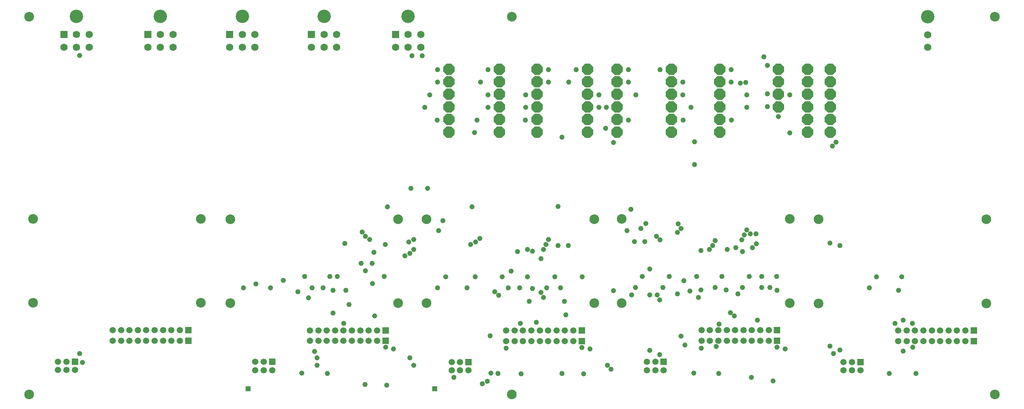
<source format=gbs>
G75*
G70*
%OFA0B0*%
%FSLAX24Y24*%
%IPPOS*%
%LPD*%
%AMOC8*
5,1,8,0,0,1.08239X$1,22.5*
%
%ADD10C,0.0907*%
%ADD11R,0.0595X0.0595*%
%ADD12C,0.0595*%
%ADD13R,0.0682X0.0682*%
%ADD14C,0.0682*%
%ADD15C,0.1261*%
%ADD16OC8,0.1080*%
%ADD17R,0.0516X0.0516*%
%ADD18C,0.0480*%
D10*
X002170Y002170D03*
X021015Y010735D03*
X018263Y010763D03*
X002515Y010763D03*
X002515Y018637D03*
X018263Y018637D03*
X021015Y018609D03*
X036763Y018609D03*
X039420Y018601D03*
X055168Y018601D03*
X057739Y018621D03*
X073487Y018621D03*
X076184Y018593D03*
X091932Y018593D03*
X073487Y010747D03*
X076184Y010719D03*
X091932Y010719D03*
X092721Y002170D03*
X057739Y010747D03*
X055168Y010727D03*
X039420Y010727D03*
X036763Y010735D03*
X047446Y002170D03*
X047446Y037603D03*
X092721Y037603D03*
X002170Y037603D03*
D11*
X017081Y008204D03*
X017081Y007219D03*
X024952Y005223D03*
X035581Y007192D03*
X035581Y008176D03*
X043357Y005215D03*
X053987Y007184D03*
X053987Y008168D03*
X061676Y005235D03*
X072306Y007204D03*
X072306Y008188D03*
X080121Y005207D03*
X090751Y007176D03*
X090751Y008160D03*
X006452Y005251D03*
D12*
X005664Y005251D03*
X004877Y005251D03*
X004877Y004463D03*
X005664Y004463D03*
X006452Y004463D03*
X009995Y007219D03*
X010782Y007219D03*
X011570Y007219D03*
X012357Y007219D03*
X013144Y007219D03*
X013932Y007219D03*
X014719Y007219D03*
X015507Y007219D03*
X016294Y007219D03*
X016294Y008204D03*
X015507Y008204D03*
X014719Y008204D03*
X013932Y008204D03*
X013144Y008204D03*
X012357Y008204D03*
X011570Y008204D03*
X010782Y008204D03*
X009995Y008204D03*
X023377Y005223D03*
X024164Y005223D03*
X024164Y004436D03*
X023377Y004436D03*
X024952Y004436D03*
X028495Y007192D03*
X029282Y007192D03*
X030070Y007192D03*
X030857Y007192D03*
X031644Y007192D03*
X032432Y007192D03*
X033219Y007192D03*
X034007Y007192D03*
X034794Y007192D03*
X034794Y008176D03*
X034007Y008176D03*
X033219Y008176D03*
X032432Y008176D03*
X031644Y008176D03*
X030857Y008176D03*
X030070Y008176D03*
X029282Y008176D03*
X028495Y008176D03*
X041782Y005215D03*
X042570Y005215D03*
X042570Y004428D03*
X043357Y004428D03*
X041782Y004428D03*
X046900Y007184D03*
X047688Y007184D03*
X048475Y007184D03*
X049263Y007184D03*
X050050Y007184D03*
X050837Y007184D03*
X051625Y007184D03*
X052412Y007184D03*
X053200Y007184D03*
X053200Y008168D03*
X052412Y008168D03*
X051625Y008168D03*
X050837Y008168D03*
X050050Y008168D03*
X049263Y008168D03*
X048475Y008168D03*
X047688Y008168D03*
X046900Y008168D03*
X060101Y005235D03*
X060889Y005235D03*
X060889Y004448D03*
X061676Y004448D03*
X060101Y004448D03*
X065219Y007204D03*
X066007Y007204D03*
X066794Y007204D03*
X067581Y007204D03*
X068369Y007204D03*
X069156Y007204D03*
X069944Y007204D03*
X070731Y007204D03*
X071519Y007204D03*
X071519Y008188D03*
X070731Y008188D03*
X069944Y008188D03*
X069156Y008188D03*
X068369Y008188D03*
X067581Y008188D03*
X066794Y008188D03*
X066007Y008188D03*
X065219Y008188D03*
X078546Y005207D03*
X079333Y005207D03*
X079333Y004420D03*
X078546Y004420D03*
X080121Y004420D03*
X083664Y007176D03*
X084452Y007176D03*
X085239Y007176D03*
X086026Y007176D03*
X086814Y007176D03*
X087601Y007176D03*
X088389Y007176D03*
X089176Y007176D03*
X089963Y007176D03*
X089963Y008160D03*
X089176Y008160D03*
X088389Y008160D03*
X087601Y008160D03*
X086814Y008160D03*
X086026Y008160D03*
X085239Y008160D03*
X084452Y008160D03*
X083664Y008160D03*
D13*
X036520Y035930D03*
X028646Y035930D03*
X020969Y035930D03*
X013292Y035930D03*
X005418Y035930D03*
D14*
X006599Y035930D03*
X007780Y035930D03*
X007780Y034749D03*
X006599Y034749D03*
X005418Y034749D03*
X013292Y034749D03*
X014473Y034749D03*
X015654Y034749D03*
X015654Y035930D03*
X014473Y035930D03*
X020969Y034749D03*
X022150Y034749D03*
X023331Y034749D03*
X023331Y035930D03*
X022150Y035930D03*
X028646Y034749D03*
X029828Y034749D03*
X031009Y034749D03*
X031009Y035930D03*
X029828Y035930D03*
X036520Y034749D03*
X037702Y034749D03*
X038883Y034749D03*
X038883Y035930D03*
X037702Y035930D03*
X086422Y035902D03*
X086422Y034721D03*
D15*
X086422Y037603D03*
X037702Y037631D03*
X029828Y037631D03*
X022150Y037631D03*
X014473Y037631D03*
X006599Y037631D03*
D16*
X041540Y032682D03*
X041540Y031501D03*
X041540Y030320D03*
X041540Y029139D03*
X041540Y027957D03*
X041540Y026776D03*
X046265Y026776D03*
X046265Y027957D03*
X046265Y029139D03*
X046265Y030320D03*
X046265Y031501D03*
X046265Y032682D03*
X049808Y032682D03*
X049808Y031501D03*
X049808Y030320D03*
X049808Y029139D03*
X049808Y027957D03*
X049808Y026776D03*
X054532Y026776D03*
X054532Y027957D03*
X054532Y029139D03*
X054532Y030320D03*
X054532Y031501D03*
X054532Y032682D03*
X057288Y032682D03*
X057288Y031501D03*
X057288Y030320D03*
X057288Y029139D03*
X057288Y027957D03*
X057288Y026776D03*
X062406Y026776D03*
X062406Y027957D03*
X062406Y029139D03*
X062406Y030320D03*
X062406Y031501D03*
X062406Y032682D03*
X066934Y032682D03*
X066934Y031501D03*
X066934Y030320D03*
X066934Y029139D03*
X066934Y027957D03*
X066934Y026776D03*
X072446Y029139D03*
X072446Y030320D03*
X072446Y031501D03*
X072446Y032682D03*
X075162Y032682D03*
X077308Y032682D03*
X077308Y031501D03*
X075162Y031501D03*
X075162Y030320D03*
X077308Y030320D03*
X077308Y029139D03*
X075162Y029139D03*
X075162Y027957D03*
X077308Y027957D03*
X077308Y026776D03*
X075162Y026776D03*
D17*
X040202Y002702D03*
X022702Y002702D03*
D18*
X027721Y004178D03*
X029178Y004887D03*
X029178Y005595D03*
X028942Y006186D03*
X030123Y004139D03*
X033666Y003115D03*
X035713Y003036D03*
X038233Y004887D03*
X037879Y005595D03*
X036343Y006422D03*
X035595Y006619D03*
X031658Y008824D03*
X030674Y009808D03*
X032170Y010595D03*
X034572Y009532D03*
X031855Y011934D03*
X030674Y011934D03*
X029729Y012170D03*
X028706Y012170D03*
X028351Y011225D03*
X027367Y011816D03*
X024808Y012170D03*
X025989Y012879D03*
X027997Y013233D03*
X030359Y013233D03*
X031068Y013233D03*
X033312Y014454D03*
X034335Y014454D03*
X033706Y013784D03*
X035477Y013233D03*
X034375Y012564D03*
X040477Y012170D03*
X041225Y013194D03*
X043233Y012170D03*
X043981Y013194D03*
X046540Y013194D03*
X047367Y013745D03*
X048902Y013194D03*
X049375Y012091D03*
X050162Y011737D03*
X050398Y011265D03*
X050713Y012170D03*
X052013Y012170D03*
X051461Y013194D03*
X054020Y013194D03*
X056973Y011894D03*
X058666Y011501D03*
X059020Y012209D03*
X060359Y011501D03*
X061068Y011501D03*
X061304Y011028D03*
X062957Y011619D03*
X064139Y011855D03*
X064926Y011265D03*
X065162Y011973D03*
X066501Y012209D03*
X067524Y011973D03*
X068627Y011619D03*
X069060Y012209D03*
X070871Y012209D03*
X071619Y012209D03*
X072288Y011934D03*
X072249Y013233D03*
X070871Y013233D03*
X069690Y013233D03*
X067131Y013233D03*
X064769Y013233D03*
X063548Y012839D03*
X062209Y013233D03*
X060359Y013942D03*
X059650Y013233D03*
X061580Y012209D03*
X067918Y009847D03*
X068312Y009532D03*
X066855Y008784D03*
X070477Y009139D03*
X072288Y006619D03*
X073076Y006422D03*
X077249Y006698D03*
X077603Y005989D03*
X078194Y006343D03*
X082839Y004139D03*
X085320Y004139D03*
X084139Y006225D03*
X085044Y006619D03*
X085005Y008824D03*
X084139Y009139D03*
X083351Y008824D03*
X083706Y011934D03*
X083981Y013194D03*
X081619Y013194D03*
X080950Y012170D03*
X078194Y016146D03*
X077249Y016383D03*
X070359Y016304D03*
X070005Y015950D03*
X069060Y015556D03*
X068430Y015950D03*
X067643Y015753D03*
X066501Y016619D03*
X066265Y016146D03*
X065950Y015753D03*
X065162Y015674D03*
X062957Y017367D03*
X063312Y017721D03*
X063036Y018154D03*
X060989Y017013D03*
X061343Y016658D03*
X059887Y016501D03*
X058942Y016501D03*
X058233Y017524D03*
X059532Y017721D03*
X060005Y018194D03*
X058587Y019532D03*
X051776Y019808D03*
X050871Y016698D03*
X050635Y016225D03*
X050398Y015753D03*
X049375Y015595D03*
X048902Y015753D03*
X047957Y015556D03*
X050162Y014887D03*
X051776Y016146D03*
X052721Y016146D03*
X044414Y016816D03*
X044020Y016461D03*
X043548Y016225D03*
X040556Y017524D03*
X040950Y018469D03*
X043706Y019769D03*
X039532Y021501D03*
X037957Y021501D03*
X035753Y019769D03*
X033391Y017406D03*
X033706Y017013D03*
X034099Y016698D03*
X034493Y015517D03*
X035556Y016225D03*
X037406Y015162D03*
X037879Y015398D03*
X038233Y015753D03*
X037761Y016461D03*
X038233Y016698D03*
X031776Y016343D03*
X023430Y012524D03*
X022249Y012170D03*
X006894Y005989D03*
X007170Y005162D03*
X042013Y003784D03*
X044650Y003154D03*
X045123Y003391D03*
X045477Y004178D03*
X046146Y004139D03*
X048312Y004099D03*
X052131Y004139D03*
X054178Y004099D03*
X056383Y004887D03*
X056737Y004532D03*
X060359Y006304D03*
X061304Y005910D03*
X063666Y006816D03*
X065202Y006501D03*
X066580Y006658D03*
X063312Y007643D03*
X064493Y004178D03*
X066816Y004139D03*
X069887Y003784D03*
X071934Y003430D03*
X054769Y006422D03*
X053981Y006580D03*
X049729Y008942D03*
X048233Y008824D03*
X045398Y007682D03*
X046894Y006501D03*
X052485Y009650D03*
X052367Y010910D03*
X049060Y010910D03*
X048154Y012170D03*
X047091Y012170D03*
X045831Y011816D03*
X046186Y011461D03*
X068981Y016658D03*
X069217Y017131D03*
X069454Y017603D03*
X069808Y017249D03*
X070320Y017249D03*
X064572Y023745D03*
X064572Y025871D03*
X063509Y027918D03*
X064217Y029099D03*
X063469Y030280D03*
X063469Y031461D03*
X061343Y032643D03*
X058351Y032643D03*
X058351Y031461D03*
X059060Y030280D03*
X056304Y029099D03*
X055595Y029099D03*
X055595Y030280D03*
X052761Y031461D03*
X050871Y031461D03*
X050871Y032643D03*
X053469Y032643D03*
X048745Y030280D03*
X048745Y029099D03*
X048706Y027918D03*
X045202Y029099D03*
X045202Y030280D03*
X044493Y031461D03*
X045202Y032643D03*
X040477Y032643D03*
X040477Y031461D03*
X039729Y030280D03*
X039257Y029099D03*
X040438Y027918D03*
X043942Y026737D03*
X044178Y027918D03*
X052131Y026304D03*
X056225Y027131D03*
X058351Y027918D03*
X056973Y025792D03*
X068036Y027918D03*
X069454Y029099D03*
X071383Y029178D03*
X071383Y030359D03*
X069454Y030280D03*
X069375Y031422D03*
X068863Y031383D03*
X067997Y031461D03*
X067997Y032643D03*
X071068Y033824D03*
X071383Y033036D03*
X073509Y030280D03*
X072446Y028233D03*
X073509Y026698D03*
X077485Y025477D03*
X077839Y025831D03*
X039020Y033942D03*
X038076Y033942D03*
X006894Y033981D03*
M02*

</source>
